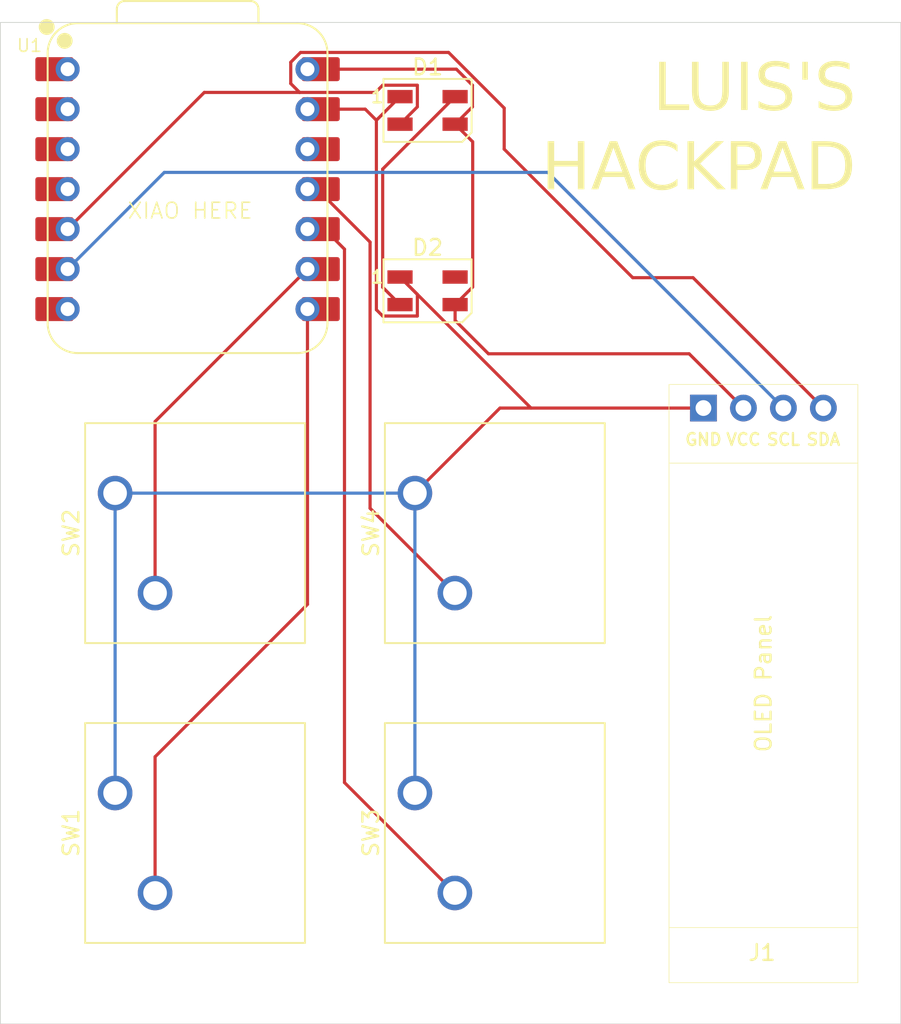
<source format=kicad_pcb>
(kicad_pcb (version 20241229) (generator "pcbnew") (generator_version "9.0")
  (layers (0 "F.Cu" signal) (2 "B.Cu" signal) (13 "F.Paste" user) (15 "B.Paste" user) (5 "F.SilkS" user "F.Silkscreen") (7 "B.SilkS" user "B.Silkscreen") (1 "F.Mask" user) (3 "B.Mask" user) (25 "Edge.Cuts" user))
  (net 0 "")
  (net 1 "Net-(D1-DOUT)")
  (net 2 "Net-(D1-DIN)")
  (net 3 "GND")
  (net 4 "+5V")
  (net 6 "Net-(U1-GPIO1{slash}RX)")
  (net 7 "Net-(U1-GPIO2{slash}SCK)")
  (net 8 "Net-(U1-GPIO4{slash}MISO)")
  (net 9 "Net-(U1-GPIO3{slash}MOSI)")
  (net 16 "Net-(J1-SCL)")
  (footprint "Button_Switch_Keyboard:SW_Cherry_MX_1.00u_PCB" (layer "F.Cu") (at 148.97 97.79 90)
    (property "Reference" "SW4" (at -2.54 -2.794 90) (layer "F.SilkS"))
    (property "Value" "SW_Push")
    (fp_line (start 4.445 -1.905) (end 4.445 12.065) (stroke (width 0.12)) (layer "F.SilkS"))
    (fp_line (start -9.525 -1.905) (end 4.445 -1.905) (stroke (width 0.12)) (layer "F.SilkS"))
    (fp_line (start 4.445 12.065) (end -9.525 12.065) (stroke (width 0.12)) (layer "F.SilkS"))
    (fp_line (start -9.525 12.065) (end -9.525 -1.905) (stroke (width 0.12)) (layer "F.SilkS"))
    (pad "" np_thru_hole circle (at -7.62 5.08 90) (size 1.7 1.7) (drill 1.7) (layers "*.Cu" "*.Mask"))
    (pad "" np_thru_hole circle (at -2.54 5.08 90) (size 4 4) (drill 4) (layers "*.Cu" "*.Mask"))
    (pad "" np_thru_hole circle (at 2.54 5.08 90) (size 1.7 1.7) (drill 1.7) (layers "*.Cu" "*.Mask"))
    (pad "1" thru_hole circle (at 0 0 90) (size 2.2 2.2) (drill 1.5) (layers "*.Cu" "*.Mask") (net 3 "GND"))
    (pad "2" thru_hole circle (at -6.35 2.54 90) (size 2.2 2.2) (drill 1.5) (layers "*.Cu" "*.Mask") (net 9 "Net-(U1-GPIO3{slash}MOSI)"))
  )
  (footprint "OPL:XIAO-RP2040-DIP" (layer "F.Cu") (at 134.52375 78.4775)
    (property "Reference" "U1" (at -10.045 -9.12 0) (layer "F.SilkS") (effects (font (size 0.8 0.8) (thickness 0.1016))))
    (property "Value" "XIAO-RP2040-DIP")
    (fp_line (start -8.89 8.509) (end -8.89 -8.636) (stroke (width 0.127)) (layer "F.SilkS"))
    (fp_line (start -6.985 10.414) (end 6.985 10.414) (stroke (width 0.127)) (layer "F.SilkS"))
    (fp_line (start -4.495 -10.541) (end -4.491272 -11.451272) (stroke (width 0.127)) (layer "F.SilkS"))
    (fp_line (start -3.991272 -11.951) (end 4.004 -11.951) (stroke (width 0.127)) (layer "F.SilkS"))
    (fp_line (start 4.504 -11.451) (end 4.504 -10.541) (stroke (width 0.127)) (layer "F.SilkS"))
    (fp_line (start 6.985 -10.541) (end -6.985 -10.541) (stroke (width 0.1)) (layer "F.SilkS"))
    (fp_line (start 6.985 -10.541) (end -6.985 -10.541) (stroke (width 0.127)) (layer "F.SilkS"))
    (fp_line (start 8.89 8.509) (end 8.89 -8.636) (stroke (width 0.127)) (layer "F.SilkS"))
    (fp_arc (start -8.89 -8.636) (mid -8.332038 -9.983038) (end -6.985 -10.541) (stroke (width 0.127)) (layer "F.SilkS"))
    (fp_arc (start -6.985 10.414) (mid -8.332038 9.856038) (end -8.89 8.509) (stroke (width 0.127)) (layer "F.SilkS"))
    (fp_arc (start -4.491272 -11.451272) (mid -4.344728 -11.80464) (end -3.991272 -11.951) (stroke (width 0.127)) (layer "F.SilkS"))
    (fp_arc (start 4.004 -11.951) (mid 4.357553 -11.804553) (end 4.504 -11.451) (stroke (width 0.127)) (layer "F.SilkS"))
    (fp_arc (start 6.985 -10.541) (mid 8.332038 -9.983038) (end 8.89 -8.636) (stroke (width 0.127)) (layer "F.SilkS"))
    (fp_arc (start 8.89 8.509) (mid 8.332038 9.856038) (end 6.985 10.414) (stroke (width 0.127)) (layer "F.SilkS"))
    (fp_circle (center -8.95 -10.3) (end -8.95 -10.554) (stroke (width 0.5)) (fill yes) (layer "F.SilkS"))
    (fp_circle (center -7.807 -9.42) (end -7.807 -9.674) (stroke (width 0.5)) (fill yes) (layer "F.SilkS"))
    (pad "1" smd roundrect (at -8.455 -7.62 180) (size 2.432 1.524) (layers "F.Cu" "F.Mask") (roundrect_rratio 0.1))
    (pad "1" thru_hole circle (at -7.62 -7.62 180) (size 1.524 1.524) (drill 0.889) (layers "*.Cu" "*.Mask"))
    (pad "2" smd roundrect (at -8.455 -5.08 180) (size 2.432 1.524) (layers "F.Cu" "F.Mask") (roundrect_rratio 0.1))
    (pad "2" thru_hole circle (at -7.62 -5.08 180) (size 1.524 1.524) (drill 0.889) (layers "*.Cu" "*.Mask"))
    (pad "3" smd roundrect (at -8.455 -2.54 180) (size 2.432 1.524) (layers "F.Cu" "F.Mask") (roundrect_rratio 0.1))
    (pad "3" thru_hole circle (at -7.62 -2.54 180) (size 1.524 1.524) (drill 0.889) (layers "*.Cu" "*.Mask"))
    (pad "4" smd roundrect (at -8.455 0 180) (size 2.432 1.524) (layers "F.Cu" "F.Mask") (roundrect_rratio 0.1))
    (pad "4" thru_hole circle (at -7.62 0 180) (size 1.524 1.524) (drill 0.889) (layers "*.Cu" "*.Mask"))
    (pad "5" smd roundrect (at -8.455 2.54 180) (size 2.432 1.524) (layers "F.Cu" "F.Mask") (roundrect_rratio 0.1) (net 2 "Net-(D1-DIN)"))
    (pad "5" thru_hole circle (at -7.62 2.54 180) (size 1.524 1.524) (drill 0.889) (layers "*.Cu" "*.Mask") (net 2 "Net-(D1-DIN)"))
    (pad "6" smd roundrect (at -8.455 5.08 180) (size 2.432 1.524) (layers "F.Cu" "F.Mask") (roundrect_rratio 0.1) (net 16 "Net-(J1-SCL)"))
    (pad "6" thru_hole circle (at -7.62 5.08 180) (size 1.524 1.524) (drill 0.889) (layers "*.Cu" "*.Mask") (net 16 "Net-(J1-SCL)"))
    (pad "7" smd roundrect (at -8.455 7.62 180) (size 2.432 1.524) (layers "F.Cu" "F.Mask") (roundrect_rratio 0.1))
    (pad "7" thru_hole circle (at -7.62 7.62 180) (size 1.524 1.524) (drill 0.889) (layers "*.Cu" "*.Mask"))
    (pad "8" thru_hole circle (at 7.62 7.62) (size 1.524 1.524) (drill 0.889) (layers "*.Cu" "*.Mask") (net 6 "Net-(U1-GPIO1{slash}RX)"))
    (pad "8" smd roundrect (at 8.455 7.62) (size 2.432 1.524) (layers "F.Cu" "F.Mask") (roundrect_rratio 0.1) (net 6 "Net-(U1-GPIO1{slash}RX)"))
    (pad "9" thru_hole circle (at 7.62 5.08) (size 1.524 1.524) (drill 0.889) (layers "*.Cu" "*.Mask") (net 7 "Net-(U1-GPIO2{slash}SCK)"))
    (pad "9" smd roundrect (at 8.455 5.08) (size 2.432 1.524) (layers "F.Cu" "F.Mask") (roundrect_rratio 0.1) (net 7 "Net-(U1-GPIO2{slash}SCK)"))
    (pad "10" thru_hole circle (at 7.62 2.54) (size 1.524 1.524) (drill 0.889) (layers "*.Cu" "*.Mask") (net 8 "Net-(U1-GPIO4{slash}MISO)"))
    (pad "10" smd roundrect (at 8.455 2.54) (size 2.432 1.524) (layers "F.Cu" "F.Mask") (roundrect_rratio 0.1) (net 8 "Net-(U1-GPIO4{slash}MISO)"))
    (pad "11" thru_hole circle (at 7.62 0) (size 1.524 1.524) (drill 0.889) (layers "*.Cu" "*.Mask") (net 9 "Net-(U1-GPIO3{slash}MOSI)"))
    (pad "11" smd roundrect (at 8.455 0) (size 2.432 1.524) (layers "F.Cu" "F.Mask") (roundrect_rratio 0.1) (net 9 "Net-(U1-GPIO3{slash}MOSI)"))
    (pad "12" thru_hole circle (at 7.62 -2.54) (size 1.524 1.524) (drill 0.889) (layers "*.Cu" "*.Mask"))
    (pad "12" smd roundrect (at 8.455 -2.54) (size 2.432 1.524) (layers "F.Cu" "F.Mask") (roundrect_rratio 0.1))
    (pad "13" thru_hole circle (at 7.62 -5.08) (size 1.524 1.524) (drill 0.889) (layers "*.Cu" "*.Mask") (net 3 "GND"))
    (pad "13" smd roundrect (at 8.455 -5.08) (size 2.432 1.524) (layers "F.Cu" "F.Mask") (roundrect_rratio 0.1) (net 3 "GND"))
    (pad "14" thru_hole circle (at 7.62 -7.62) (size 1.524 1.524) (drill 0.889) (layers "*.Cu" "*.Mask") (net 4 "+5V"))
    (pad "14" smd roundrect (at 8.455 -7.62) (size 2.432 1.524) (layers "F.Cu" "F.Mask") (roundrect_rratio 0.1) (net 4 "+5V"))
  )
  (footprint "Button_Switch_Keyboard:SW_Cherry_MX_1.00u_PCB" (layer "F.Cu") (at 129.92 97.79 90)
    (property "Reference" "SW2" (at -2.54 -2.794 90) (layer "F.SilkS"))
    (property "Value" "SW_Push")
    (fp_line (start 4.445 -1.905) (end 4.445 12.065) (stroke (width 0.12)) (layer "F.SilkS"))
    (fp_line (start -9.525 -1.905) (end 4.445 -1.905) (stroke (width 0.12)) (layer "F.SilkS"))
    (fp_line (start 4.445 12.065) (end -9.525 12.065) (stroke (width 0.12)) (layer "F.SilkS"))
    (fp_line (start -9.525 12.065) (end -9.525 -1.905) (stroke (width 0.12)) (layer "F.SilkS"))
    (pad "" np_thru_hole circle (at -7.62 5.08 90) (size 1.7 1.7) (drill 1.7) (layers "*.Cu" "*.Mask"))
    (pad "" np_thru_hole circle (at -2.54 5.08 90) (size 4 4) (drill 4) (layers "*.Cu" "*.Mask"))
    (pad "" np_thru_hole circle (at 2.54 5.08 90) (size 1.7 1.7) (drill 1.7) (layers "*.Cu" "*.Mask"))
    (pad "1" thru_hole circle (at 0 0 90) (size 2.2 2.2) (drill 1.5) (layers "*.Cu" "*.Mask") (net 3 "GND"))
    (pad "2" thru_hole circle (at -6.35 2.54 90) (size 2.2 2.2) (drill 1.5) (layers "*.Cu" "*.Mask") (net 7 "Net-(U1-GPIO2{slash}SCK)"))
  )
  (footprint "Button_Switch_Keyboard:SW_Cherry_MX_1.00u_PCB" (layer "F.Cu") (at 129.92 116.84 90)
    (property "Reference" "SW1" (at -2.54 -2.794 90) (layer "F.SilkS"))
    (property "Value" "SW_Push")
    (fp_line (start 4.445 -1.905) (end 4.445 12.065) (stroke (width 0.12)) (layer "F.SilkS"))
    (fp_line (start -9.525 -1.905) (end 4.445 -1.905) (stroke (width 0.12)) (layer "F.SilkS"))
    (fp_line (start 4.445 12.065) (end -9.525 12.065) (stroke (width 0.12)) (layer "F.SilkS"))
    (fp_line (start -9.525 12.065) (end -9.525 -1.905) (stroke (width 0.12)) (layer "F.SilkS"))
    (pad "" np_thru_hole circle (at -7.62 5.08 90) (size 1.7 1.7) (drill 1.7) (layers "*.Cu" "*.Mask"))
    (pad "" np_thru_hole circle (at -2.54 5.08 90) (size 4 4) (drill 4) (layers "*.Cu" "*.Mask"))
    (pad "" np_thru_hole circle (at 2.54 5.08 90) (size 1.7 1.7) (drill 1.7) (layers "*.Cu" "*.Mask"))
    (pad "1" thru_hole circle (at 0 0 90) (size 2.2 2.2) (drill 1.5) (layers "*.Cu" "*.Mask") (net 3 "GND"))
    (pad "2" thru_hole circle (at -6.35 2.54 90) (size 2.2 2.2) (drill 1.5) (layers "*.Cu" "*.Mask") (net 6 "Net-(U1-GPIO1{slash}RX)"))
  )
  (footprint "LED_SMD:LED_SK6812MINI_PLCC4_3.5x3.5mm_P1.75mm" (layer "F.Cu") (at 149.77375 73.4775)
    (property "Reference" "D1" (at 0 -2.75 0) (layer "F.SilkS"))
    (property "Value" "SK6812")
    (fp_line (start -2.8 -2) (end -2.8 2) (stroke (width 0.12)) (layer "F.SilkS"))
    (fp_line (start -2.8 -2) (end 2.8 -2) (stroke (width 0.12)) (layer "F.SilkS"))
    (fp_line (start -2.8 2) (end 2.2 2) (stroke (width 0.12)) (layer "F.SilkS"))
    (fp_line (start 2.8 1.4) (end 2.2 2) (stroke (width 0.12)) (layer "F.SilkS"))
    (fp_line (start 2.8 1.4) (end 2.8 -2) (stroke (width 0.12)) (layer "F.SilkS"))
    (fp_text user "1" (at -3.2 -0.875 0) (layer "F.SilkS") (effects (font (size 0.8 0.8))))
    (pad "1" smd rect (at -1.75 -0.875) (size 1.6 0.85) (layers "F.Cu" "F.Mask" "F.Paste") (net 3 "GND"))
    (pad "2" smd rect (at -1.75 0.875) (size 1.6 0.85) (layers "F.Cu" "F.Mask" "F.Paste") (net 2 "Net-(D1-DIN)"))
    (pad "3" smd rect (at 1.75 0.875) (size 1.6 0.85) (layers "F.Cu" "F.Mask" "F.Paste") (net 4 "+5V"))
    (pad "4" smd rect (at 1.75 -0.875) (size 1.6 0.85) (layers "F.Cu" "F.Mask" "F.Paste") (net 1 "Net-(D1-DOUT)"))
  )
  (footprint "Button_Switch_Keyboard:SW_Cherry_MX_1.00u_PCB" (layer "F.Cu") (at 148.97 116.84 90)
    (property "Reference" "SW3" (at -2.54 -2.794 90) (layer "F.SilkS"))
    (property "Value" "SW_Push")
    (fp_line (start 4.445 -1.905) (end 4.445 12.065) (stroke (width 0.12)) (layer "F.SilkS"))
    (fp_line (start -9.525 -1.905) (end 4.445 -1.905) (stroke (width 0.12)) (layer "F.SilkS"))
    (fp_line (start 4.445 12.065) (end -9.525 12.065) (stroke (width 0.12)) (layer "F.SilkS"))
    (fp_line (start -9.525 12.065) (end -9.525 -1.905) (stroke (width 0.12)) (layer "F.SilkS"))
    (pad "" np_thru_hole circle (at -7.62 5.08 90) (size 1.7 1.7) (drill 1.7) (layers "*.Cu" "*.Mask"))
    (pad "" np_thru_hole circle (at -2.54 5.08 90) (size 4 4) (drill 4) (layers "*.Cu" "*.Mask"))
    (pad "" np_thru_hole circle (at 2.54 5.08 90) (size 1.7 1.7) (drill 1.7) (layers "*.Cu" "*.Mask"))
    (pad "1" thru_hole circle (at 0 0 90) (size 2.2 2.2) (drill 1.5) (layers "*.Cu" "*.Mask") (net 3 "GND"))
    (pad "2" thru_hole circle (at -6.35 2.54 90) (size 2.2 2.2) (drill 1.5) (layers "*.Cu" "*.Mask") (net 8 "Net-(U1-GPIO4{slash}MISO)"))
  )
  (footprint "OLED:SSD1306-0.91-OLED-4pin-128x32" (layer "F.Cu") (at 165.115 128.885 90)
    (property "Reference" "J1" (at 1.9 5.91 0) (layer "F.SilkS"))
    (property "Value" "OLED_Display")
    (fp_line (start 38 0) (end 0 0) (stroke (width 0.04)) (layer "F.SilkS"))
    (fp_line (start 33 0) (end 33 12) (stroke (width 0.04)) (layer "F.SilkS"))
    (fp_line (start 3.5 0) (end 3.5 12) (stroke (width 0.04)) (layer "F.SilkS"))
    (fp_line (start 0 0) (end 0 12) (stroke (width 0.04)) (layer "F.SilkS"))
    (fp_line (start 38 12) (end 38 0) (stroke (width 0.04)) (layer "F.SilkS"))
    (fp_line (start 0 12) (end 38 12) (stroke (width 0.04)) (layer "F.SilkS"))
    (fp_text user "OLED Panel" (at 19 6 90) (layer "F.SilkS"))
    (fp_text user "SDA" (at 34.5 9.81 0) (layer "F.SilkS") (effects (font (size 0.75 0.75))))
    (fp_text user "SCL" (at 34.5 7.27 0) (layer "F.SilkS") (effects (font (size 0.75 0.75))))
    (fp_text user "VCC" (at 34.5 4.73 0) (layer "F.SilkS") (effects (font (size 0.75 0.75))))
    (fp_text user "GND" (at 34.5 2.19 0) (layer "F.SilkS") (effects (font (size 0.75 0.75))))
    (pad "1" thru_hole rect (at 36.5 2.19 90) (size 1.7 1.7) (drill 1) (layers "*.Cu" "*.Mask") (net 3 "GND"))
    (pad "2" thru_hole oval (at 36.5 4.73 90) (size 1.7 1.7) (drill 1) (layers "*.Cu" "*.Mask") (net 4 "+5V"))
    (pad "3" thru_hole oval (at 36.5 7.27 90) (size 1.7 1.7) (drill 1) (layers "*.Cu" "*.Mask") (net 16 "Net-(J1-SCL)"))
    (pad "4" thru_hole oval (at 36.5 9.81 90) (size 1.7 1.7) (drill 1) (layers "*.Cu" "*.Mask") (net 2 "Net-(D1-DIN)"))
  )
  (footprint "LED_SMD:LED_SK6812MINI_PLCC4_3.5x3.5mm_P1.75mm" (layer "F.Cu") (at 149.77375 84.9375)
    (property "Reference" "D2" (at 0 -2.75 0) (layer "F.SilkS"))
    (property "Value" "SK6812")
    (fp_line (start -2.8 -2) (end -2.8 2) (stroke (width 0.12)) (layer "F.SilkS"))
    (fp_line (start -2.8 -2) (end 2.8 -2) (stroke (width 0.12)) (layer "F.SilkS"))
    (fp_line (start -2.8 2) (end 2.2 2) (stroke (width 0.12)) (layer "F.SilkS"))
    (fp_line (start 2.8 1.4) (end 2.2 2) (stroke (width 0.12)) (layer "F.SilkS"))
    (fp_line (start 2.8 1.4) (end 2.8 -2) (stroke (width 0.12)) (layer "F.SilkS"))
    (fp_text user "1" (at -3.2 -0.875 0) (layer "F.SilkS") (effects (font (size 0.8 0.8))))
    (pad "1" smd rect (at -1.75 -0.875) (size 1.6 0.85) (layers "F.Cu" "F.Mask" "F.Paste") (net 3 "GND"))
    (pad "2" smd rect (at -1.75 0.875) (size 1.6 0.85) (layers "F.Cu" "F.Mask" "F.Paste") (net 1 "Net-(D1-DOUT)"))
    (pad "3" smd rect (at 1.75 0.875) (size 1.6 0.85) (layers "F.Cu" "F.Mask" "F.Paste") (net 4 "+5V"))
    (pad "4" smd rect (at 1.75 -0.875) (size 1.6 0.85) (layers "F.Cu" "F.Mask" "F.Paste"))
  )
  (gr_rect (start 122.63105 67.889) (end 179.84355 131.50775) (stroke (width 0.05)) (fill no) (layer "Edge.Cuts"))
  (gr_text "XIAO HERE" (at 130.64375 80.4375 0) (layer "F.SilkS") (effects (font (size 1 1) (thickness 0.1)) (justify left bottom)))
  (gr_text "LUIS'S\nHACKPAD" (at 177 79 0) (layer "F.SilkS") (effects (font (size 3 3) (thickness 0.1)) (justify right bottom)))
  (segment (start 148.02375 85.8125) (end 146.92275 84.7115) (width 0.2) (layer "F.Cu") (net 1))
  (segment (start 146.92275 77.2035) (end 151.52375 72.6025) (width 0.2) (layer "F.Cu") (net 1))
  (segment (start 146.92275 84.7115) (end 146.92275 77.2035) (width 0.2) (layer "F.Cu") (net 1))
  (segment (start 151.10985 69.7945) (end 141.70344 69.7945) (width 0.2) (layer "F.Cu") (net 2))
  (segment (start 149.12475 73.2515) (end 148.02375 74.3525) (width 0.2) (layer "F.Cu") (net 2))
  (segment (start 141.64375 72.3345) (end 146.46475 72.3345) (width 0.2) (layer "F.Cu") (net 2))
  (segment (start 154.64375 75.9375) (end 154.64375 73.3284) (width 0.2) (layer "F.Cu") (net 2))
  (segment (start 141.70344 69.7945) (end 141.08075 70.41719) (width 0.2) (layer "F.Cu") (net 2))
  (segment (start 141.08075 71.7715) (end 141.64375 72.3345) (width 0.2) (layer "F.Cu") (net 2))
  (segment (start 149.12475 71.8765) (end 149.12475 73.2515) (width 0.2) (layer "F.Cu") (net 2))
  (segment (start 135.58675 72.3345) (end 141.64375 72.3345) (width 0.2) (layer "F.Cu") (net 2))
  (segment (start 174.925 92.385) (end 166.64375 84.10375) (width 0.2) (layer "F.Cu") (net 2))
  (segment (start 146.46475 72.3345) (end 146.92275 71.8765) (width 0.2) (layer "F.Cu") (net 2))
  (segment (start 166.64375 84.10375) (end 162.81 84.10375) (width 0.2) (layer "F.Cu") (net 2))
  (segment (start 141.08075 70.41719) (end 141.08075 71.7715) (width 0.2) (layer "F.Cu") (net 2))
  (segment (start 126.90375 81.0175) (end 135.58675 72.3345) (width 0.2) (layer "F.Cu") (net 2))
  (segment (start 162.81 84.10375) (end 154.64375 75.9375) (width 0.2) (layer "F.Cu") (net 2))
  (segment (start 146.92275 71.8765) (end 149.12475 71.8765) (width 0.2) (layer "F.Cu") (net 2))
  (segment (start 154.64375 73.3284) (end 151.10985 69.7945) (width 0.2) (layer "F.Cu") (net 2))
  (segment (start 167.305 92.385) (end 156.34625 92.385) (width 0.2) (layer "F.Cu") (net 3))
  (segment (start 148.02375 84.0625) (end 149.12475 85.1635) (width 0.2) (layer "F.Cu") (net 3))
  (segment (start 146.52175 86.1375) (end 146.52175 74.1045) (width 0.2) (layer "F.Cu") (net 3))
  (segment (start 154.375 92.385) (end 156.34625 92.385) (width 0.2) (layer "F.Cu") (net 3))
  (segment (start 156.34625 92.385) (end 148.02375 84.0625) (width 0.2) (layer "F.Cu") (net 3))
  (segment (start 148.97 97.79) (end 154.375 92.385) (width 0.2) (layer "F.Cu") (net 3))
  (segment (start 146.52175 74.1045) (end 148.02375 72.6025) (width 0.2) (layer "F.Cu") (net 3))
  (segment (start 149.12475 86.5385) (end 146.92275 86.5385) (width 0.2) (layer "F.Cu") (net 3))
  (segment (start 149.12475 85.1635) (end 149.12475 86.5385) (width 0.2) (layer "F.Cu") (net 3))
  (segment (start 146.92275 86.5385) (end 146.52175 86.1375) (width 0.2) (layer "F.Cu") (net 3))
  (segment (start 142.14375 73.3975) (end 145.81475 73.3975) (width 0.2) (layer "F.Cu") (net 3))
  (segment (start 145.81475 73.3975) (end 146.52175 74.1045) (width 0.2) (layer "F.Cu") (net 3))
  (segment (start 129.92 116.84) (end 129.92 97.79) (width 0.2) (layer "B.Cu") (net 3))
  (segment (start 148.97 116.84) (end 148.97 97.79) (width 0.2) (layer "B.Cu") (net 3))
  (segment (start 129.92 97.79) (end 148.97 97.79) (width 0.2) (layer "B.Cu") (net 3))
  (segment (start 152.64375 75.4725) (end 151.52375 74.3525) (width 0.2) (layer "F.Cu") (net 4))
  (segment (start 152.62475 71.8765) (end 152.62475 73.2515) (width 0.2) (layer "F.Cu") (net 4))
  (segment (start 152.62475 73.2515) (end 151.52375 74.3525) (width 0.2) (layer "F.Cu") (net 4))
  (segment (start 169.845 92.385) (end 166.3975 88.9375) (width 0.2) (layer "F.Cu") (net 4))
  (segment (start 151.52375 85.8125) (end 152.64375 84.6925) (width 0.2) (layer "F.Cu") (net 4))
  (segment (start 166.3975 88.9375) (end 153.64375 88.9375) (width 0.2) (layer "F.Cu") (net 4))
  (segment (start 151.60575 70.8575) (end 152.62475 71.8765) (width 0.2) (layer "F.Cu") (net 4))
  (segment (start 153.64375 88.9375) (end 151.52375 86.8175) (width 0.2) (layer "F.Cu") (net 4))
  (segment (start 151.52375 86.8175) (end 151.52375 85.8125) (width 0.2) (layer "F.Cu") (net 4))
  (segment (start 142.97875 70.8575) (end 151.60575 70.8575) (width 0.2) (layer "F.Cu") (net 4))
  (segment (start 152.64375 84.6925) (end 152.64375 75.4725) (width 0.2) (layer "F.Cu") (net 4))
  (segment (start 132.46 123.19) (end 132.46 114.54) (width 0.2) (layer "F.Cu") (net 6))
  (segment (start 132.46 114.54) (end 142.14375 104.85625) (width 0.2) (layer "F.Cu") (net 6))
  (segment (start 142.14375 104.85625) (end 142.14375 86.0975) (width 0.2) (layer "F.Cu") (net 6))
  (segment (start 132.46 93.24125) (end 142.14375 83.5575) (width 0.2) (layer "F.Cu") (net 7))
  (segment (start 132.46 104.14) (end 132.46 93.24125) (width 0.2) (layer "F.Cu") (net 7))
  (segment (start 144.49575 116.17575) (end 144.49575 82.29187) (width 0.2) (layer "F.Cu") (net 8))
  (segment (start 151.51 123.19) (end 144.49575 116.17575) (width 0.2) (layer "F.Cu") (net 8))
  (segment (start 143.22138 81.0175) (end 142.14375 81.0175) (width 0.2) (layer "F.Cu") (net 8))
  (segment (start 144.49575 82.29187) (end 143.22138 81.0175) (width 0.2) (layer "F.Cu") (net 8))
  (segment (start 146.12075 81.840874) (end 142.757376 78.4775) (width 0.2) (layer "F.Cu") (net 9))
  (segment (start 151.51 104.14) (end 146.12075 98.75075) (width 0.2) (layer "F.Cu") (net 9))
  (segment (start 146.12075 98.75075) (end 146.12075 81.840874) (width 0.2) (layer "F.Cu") (net 9))
  (segment (start 142.757376 78.4775) (end 142.14375 78.4775) (width 0.2) (layer "F.Cu") (net 9))
  (segment (start 133.04675 77.4145) (end 157.4145 77.4145) (width 0.2) (layer "B.Cu") (net 16))
  (segment (start 157.4145 77.4145) (end 172.385 92.385) (width 0.2) (layer "B.Cu") (net 16))
  (segment (start 126.90375 83.5575) (end 133.04675 77.4145) (width 0.2) (layer "B.Cu") (net 16))
)
</source>
